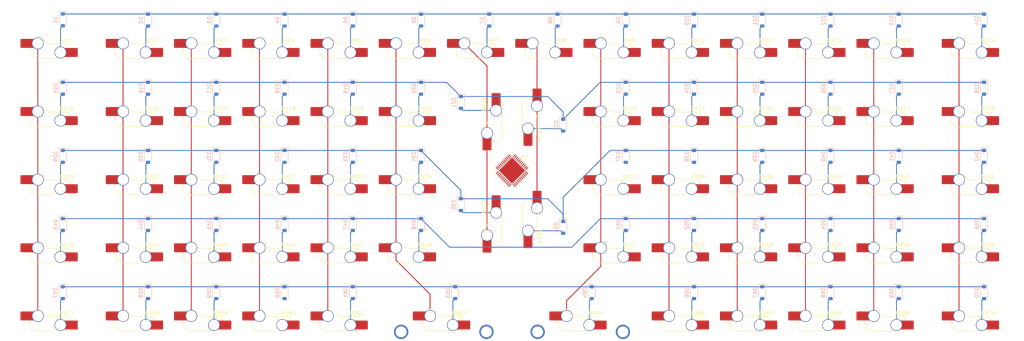
<source format=kicad_pcb>
(kicad_pcb (version 20221018) (generator pcbnew)
  (layers (0 "F.Cu" signal) (31 "B.Cu" signal) (34 "B.Paste" user) (35 "F.Paste" user) (36 "B.SilkS" user "B.Silkscreen") (37 "F.SilkS" user "F.Silkscreen") (38 "B.Mask" user) (39 "F.Mask" user) (44 "Edge.Cuts" user))
  (net 0 "")
  (net 1 "Net-(D1-K)")
  (net 2 "Net-(D1-A)")
  (net 3 "Net-(D15-K)")
  (net 4 "Net-(D15-A)")
  (net 5 "Net-(D29-K)")
  (net 6 "Net-(D29-A)")
  (net 7 "Net-(D43-K)")
  (net 8 "Net-(D43-A)")
  (net 9 "Net-(D57-K)")
  (net 10 "Net-(D57-A)")
  (net 11 "Net-(MX1-Pad1)")
  (net 12 "Net-(MX16-Pad1)")
  (net 13 "Net-(MX17-Pad1)")
  (net 14 "Net-(MX18-Pad1)")
  (net 15 "Net-(MX19-Pad1)")
  (net 16 "Net-(MX20-Pad1)")
  (net 17 "Net-(MX21-Pad1)")
  (net 18 "Net-(MX22-Pad1)")
  (net 19 "Net-(MX23-Pad1)")
  (net 20 "Net-(MX10-Pad1)")
  (net 21 "Net-(MX11-Pad1)")
  (net 22 "Net-(MX12-Pad1)")
  (net 23 "Net-(MX13-Pad1)")
  (net 24 "Net-(MX14-Pad1)")
  (net 25 "Net-(D2-K)")
  (net 26 "Net-(D3-K)")
  (net 27 "Net-(D4-K)")
  (net 28 "Net-(D5-K)")
  (net 29 "Net-(D6-K)")
  (net 30 "Net-(D7-K)")
  (net 31 "Net-(D8-K)")
  (net 32 "Net-(D9-K)")
  (net 33 "Net-(D10-K)")
  (net 34 "Net-(D11-K)")
  (net 35 "Net-(D12-K)")
  (net 36 "Net-(D13-K)")
  (net 37 "Net-(D14-K)")
  (net 38 "Net-(D16-K)")
  (net 39 "Net-(D17-K)")
  (net 40 "Net-(D18-K)")
  (net 41 "Net-(D19-K)")
  (net 42 "Net-(D20-K)")
  (net 43 "Net-(D21-K)")
  (net 44 "Net-(D22-K)")
  (net 45 "Net-(D23-K)")
  (net 46 "Net-(D24-K)")
  (net 47 "Net-(D25-K)")
  (net 48 "Net-(D26-K)")
  (net 49 "Net-(D27-K)")
  (net 50 "Net-(D28-K)")
  (net 51 "Net-(D30-K)")
  (net 52 "Net-(D31-K)")
  (net 53 "Net-(D32-K)")
  (net 54 "Net-(D33-K)")
  (net 55 "Net-(D34-K)")
  (net 56 "Net-(D35-K)")
  (net 57 "Net-(D36-K)")
  (net 58 "Net-(D37-K)")
  (net 59 "Net-(D38-K)")
  (net 60 "Net-(D39-K)")
  (net 61 "Net-(D40-K)")
  (net 62 "Net-(D41-K)")
  (net 63 "Net-(D42-K)")
  (net 64 "Net-(D44-K)")
  (net 65 "Net-(D45-K)")
  (net 66 "Net-(D46-K)")
  (net 67 "Net-(D47-K)")
  (net 68 "Net-(D48-K)")
  (net 69 "Net-(D51-K)")
  (net 70 "Net-(D52-K)")
  (net 71 "Net-(D53-K)")
  (net 72 "Net-(D54-K)")
  (net 73 "Net-(D55-K)")
  (net 74 "Net-(D56-K)")
  (net 75 "Net-(D58-K)")
  (net 76 "Net-(D59-K)")
  (net 77 "Net-(D60-K)")
  (net 78 "Net-(D61-K)")
  (net 79 "Net-(D63-K)")
  (net 80 "Net-(D64-K)")
  (net 81 "Net-(D66-K)")
  (net 82 "Net-(D67-K)")
  (net 83 "Net-(D68-K)")
  (net 84 "Net-(D69-K)")
  (net 85 "Net-(D70-K)")
  (net 99 "Net-(U1-VCC-Pad14)")
  (net 100 "Net-(U1-GND-Pad15)")
  (net 108 "Net-(U1-AVCC-Pad24)")
  (footprint "marbastlib-mx:SW_MX_HS_1.5u" (layer "F.Cu") (at 19.05 81.75625 180)
    (fp_text reference "MX43")
    (fp_text value "MX_SW_HS" hide)
  )
  (footprint "marbastlib-mx:SW_MX_HS_1.5u" (layer "F.Cu") (at 138.1125 76.99375 -90)
    (fp_text reference "MX35")
    (fp_text value "MX_SW_HS" hide)
  )
  (footprint "marbastlib-mx:SW_MX_HS_1.5u" (layer "F.Cu") (at 19.05 24.60625 180)
    (fp_text reference "MX1")
    (fp_text value "MX_SW_HS" hide)
  )
  (footprint "marbastlib-mx:SW_MX_HS_1u" (layer "F.Cu") (at 100.0125 62.70625 180)
    (fp_text reference "MX33")
    (fp_text value "MX_SW_HS" hide)
  )
  (footprint "marbastlib-mx:SW_MX_HS_1u" (layer "F.Cu") (at 42.8625 100.80625 180)
    (fp_text reference "MX58")
    (fp_text value "MX_SW_HS" hide)
  )
  (footprint "marbastlib-mx:SW_MX_HS_1u" (layer "F.Cu") (at 252.4125 100.80625 180)
    (fp_text reference "MX69")
    (fp_text value "MX_SW_HS" hide)
  )
  (footprint "marbastlib-mx:SW_MX_HS_1u" (layer "F.Cu") (at 233.3625 100.80625 180)
    (fp_text reference "MX68")
    (fp_text value "MX_SW_HS" hide)
  )
  (footprint "marbastlib-mx:SW_MX_HS_1.5u" (layer "F.Cu") (at 276.225 24.60625 180)
    (fp_text reference "MX14")
    (fp_text value "MX_SW_HS" hide)
  )
  (footprint "marbastlib-mx:SW_MX_HS_1.5u" (layer "F.Cu") (at 19.05 62.70625 180)
    (fp_text reference "MX29")
    (fp_text value "MX_SW_HS" hide)
  )
  (footprint "marbastlib-mx:SW_MX_HS_1u" (layer "F.Cu") (at 176.2125 24.60625 180)
    (fp_text reference "MX9")
    (fp_text value "MX_SW_HS" hide)
  )
  (footprint "marbastlib-mx:SW_MX_HS_1u" (layer "F.Cu") (at 119.0625 81.75625 180)
    (fp_text reference "MX48")
    (fp_text value "MX_SW_HS" hide)
  )
  (footprint "marbastlib-mx:SW_MX_HS_1u" (layer "F.Cu") (at 61.9125 81.75625 180)
    (fp_text reference "MX45")
    (fp_text value "MX_SW_HS" hide)
  )
  (footprint "marbastlib-mx:SW_MX_HS_1u" (layer "F.Cu") (at 42.8625 81.75625 180)
    (fp_text reference "MX44")
    (fp_text value "MX_SW_HS" hide)
  )
  (footprint "marbastlib-mx:SW_MX_HS_1u" (layer "F.Cu") (at 214.3125 100.80625 180)
    (fp_text reference "MX67")
    (fp_text value "MX_SW_HS" hide)
  )
  (footprint "marbastlib-mx:SW_MX_HS_1.5u" (layer "F.Cu") (at 157.1625 76.99375 90)
    (fp_text reference "MX36")
    (fp_text value "MX_SW_HS" hide)
  )
  (footprint "marbastlib-mx:SW_MX_HS_1u" (layer "F.Cu") (at 233.3625 62.70625 180)
    (fp_text reference "MX40")
    (fp_text value "MX_SW_HS" hide)
  )
  (footprint "marbastlib-mx:SW_MX_HS_1u" (layer "F.Cu") (at 252.4125 24.60625 180)
    (fp_text reference "MX13")
    (fp_text value "MX_SW_HS" hide)
  )
  (footprint "marbastlib-mx:SW_MX_HS_1u" (layer "F.Cu") (at 252.4125 43.65625 180)
    (fp_text reference "MX27")
    (fp_text value "MX_SW_HS" hide)
  )
  (footprint "marbastlib-mx:SW_MX_HS_1u" (layer "F.Cu") (at 42.8625 43.65625 180)
    (fp_text reference "MX16")
    (fp_text value "MX_SW_HS" hide)
  )
  (footprint "marbastlib-mx:SW_MX_HS_1u" (layer "F.Cu") (at 42.8625 62.70625 180)
    (fp_text reference "MX30")
    (fp_text value "MX_SW_HS" hide)
  )
  (footprint "marbastlib-mx:SW_MX_HS_1u" (layer "F.Cu") (at 100.0125 81.75625 180)
    (fp_text reference "MX47")
    (fp_text value "MX_SW_HS" hide)
  )
  (footprint "marbastlib-mx:SW_MX_HS_1u" (layer "F.Cu") (at 80.9625 62.70625 180)
    (fp_text reference "MX32")
    (fp_text value "MX_SW_HS" hide)
  )
  (footprint "marbastlib-mx:SW_MX_HS_1.5u" (layer "F.Cu") (at 19.05 43.65625 180)
    (fp_text reference "MX15")
    (fp_text value "MX_SW_HS" hide)
  )
  (footprint "marbastlib-mx:SW_MX_HS_1u" (layer "F.Cu") (at 233.3625 81.75625 180)
    (fp_text reference "MX54")
    (fp_text value "MX_SW_HS" hide)
  )
  (footprint "Package_DFN_QFN:QFN-44-1EP_7x7mm_P0.5mm_EP5.2x5.2mm" (layer "F.Cu") (at 147.6375 62.70625 -45)
    (fp_text reference "U1")
    (fp_text value "ATmega32U4-M")
  )
  (footprint "marbastlib-mx:SW_MX_HS_1u" (layer "F.Cu") (at 214.3125 62.70625 180)
    (fp_text reference "MX39")
    (fp_text value "MX_SW_HS" hide)
  )
  (footprint "marbastlib-mx:SW_MX_HS_1u" (layer "F.Cu") (at 214.3125 24.60625 180)
    (fp_text reference "MX11")
    (fp_text value "MX_SW_HS" hide)
  )
  (footprint "marbastlib-mx:SW_MX_HS_1u" (layer "F.Cu") (at 128.5875 100.80625 180)
    (fp_text reference "MX63")
    (fp_text value "MX_SW_HS" hide)
  )
  (footprint "marbastlib-mx:SW_MX_HS_1u" (layer "F.Cu") (at 195.2625 81.75625 180)
    (fp_text reference "MX52")
    (fp_text value "MX_SW_HS" hide)
  )
  (footprint "marbastlib-mx:SW_MX_HS_1u" (layer "F.Cu") (at 61.9125 24.60625 180)
    (fp_text reference "MX3")
    (fp_text value "MX_SW_HS" hide)
  )
  (footprint "marbastlib-mx:SW_MX_HS_1.5u" (layer "F.Cu") (at 276.225 62.70625 180)
    (fp_text reference "MX42")
    (fp_text value "MX_SW_HS" hide)
  )
  (footprint "marbastlib-mx:SW_MX_HS_1.5u" (layer "F.Cu") (at 19.05 100.80625 180)
    (fp_text reference "MX57")
    (fp_text value "MX_SW_HS" hide)
  )
  (footprint "marbastlib-mx:SW_MX_HS_1u" (layer "F.Cu") (at 138.1125 24.60625 180)
    (fp_text reference "MX7")
    (fp_text value "MX_SW_HS" hide)
  )
  (footprint "marbastlib-mx:SW_MX_HS_1u" (layer "F.Cu") (at 61.9125 43.65625 180)
    (fp_text reference "MX17")
    (fp_text value "MX_SW_HS" hide)
  )
  (footprint "marbastlib-mx:SW_MX_HS_1u" (layer "F.Cu") (at 100.0125 100.80625 180)
    (fp_text reference "MX61")
    (fp_text value "MX_SW_HS" hide)
  )
  (footprint "marbastlib-mx:SW_MX_HS_1u" (layer "F.Cu") (at 233.3625 24.60625 180)
    (fp_text reference "MX12")
    (fp_text value "MX_SW_HS" hide)
  )
  (footprint "marbastlib-mx:SW_MX_HS_1u" (layer "F.Cu") (at 195.2625 100.80625 180)
    (fp_text reference "MX66")
    (fp_text value "MX_SW_HS" hide)
  )
  (footprint "marbastlib-mx:STAB_MX_P_2u" (layer "F.Cu") (at 128.5875 100.80625 180)
    (fp_text reference "S1" hide)
    (fp_text value "MX_stab")
  )
  (footprint "marbastlib-mx:STAB_MX_P_2u" (layer "F.Cu") (at 166.6875 100.80625 180)
    (fp_text reference "S2" hide)
    (fp_text value "MX_stab")
  )
  (footprint "marbastlib-mx:SW_MX_HS_1u" (layer "F.Cu") (at 119.0625 24.60625 180)
    (fp_text reference "MX6")
    (fp_text value "MX_SW_HS" hide)
  )
  (footprint "marbastlib-mx:SW_MX_HS_1u" (layer "F.Cu") (at 42.8625 24.60625 180)
    (fp_text reference "MX2")
    (fp_text value "MX_SW_HS" hide)
  )
  (footprint "marbastlib-mx:SW_MX_HS_1u" (layer "F.Cu") (at 100.0125 43.65625 180)
    (fp_text reference "MX19")
    (fp_text value "MX_SW_HS" hide)
  )
  (footprint "marbastlib-mx:SW_MX_HS_1u" (layer "F.Cu") (at 80.9625 100.80625 180)
    (fp_text reference "MX60")
    (fp_text value "MX_SW_HS" hide)
  )
  (footprint "marbastlib-mx:SW_MX_HS_1u" (layer "F.Cu") (at 61.9125 100.80625 180)
    (fp_text reference "MX59")
    (fp_text value "MX_SW_HS" hide)
  )
  (footprint "marbastlib-mx:SW_MX_HS_1u" (layer "F.Cu") (at 100.0125 24.60625 180)
    (fp_text reference "MX5")
    (fp_text value "MX_SW_HS" hide)
  )
  (footprint "marbastlib-mx:SW_MX_HS_1u" (layer "F.Cu") (at 214.3125 81.75625 180)
    (fp_text reference "MX53")
    (fp_text value "MX_SW_HS" hide)
  )
  (footprint "marbastlib-mx:SW_MX_HS_1u" (layer "F.Cu") (at 80.9625 43.65625 180)
    (fp_text reference "MX18")
    (fp_text value "MX_SW_HS" hide)
  )
  (footprint "marbastlib-mx:SW_MX_HS_1u" (layer "F.Cu") (at 176.2125 81.75625 180)
    (fp_text reference "MX51")
    (fp_text value "MX_SW_HS" hide)
  )
  (footprint "marbastlib-mx:SW_MX_HS_1u" (layer "F.Cu") (at 157.1625 24.60625 180)
    (fp_text reference "MX8")
    (fp_text value "MX_SW_HS" hide)
  )
  (footprint "marbastlib-mx:SW_MX_HS_1.5u" (layer "F.Cu") (at 276.225 43.65625 180)
    (fp_text reference "MX28")
    (fp_text value "MX_SW_HS" hide)
  )
  (footprint "marbastlib-mx:SW_MX_HS_1.5u" (layer "F.Cu") (at 276.225 100.80625 180)
    (fp_text reference "MX70")
    (fp_text value "MX_SW_HS" hide)
  )
  (footprint "marbastlib-mx:SW_MX_HS_1.5u" (layer "F.Cu") (at 157.1625 48.41875 90)
    (fp_text reference "MX22")
    (fp_text value "MX_SW_HS" hide)
  )
  (footprint "marbastlib-mx:SW_MX_HS_1.5u" (layer "F.Cu") (at 276.225 81.75625 180)
    (fp_text reference "MX56")
    (fp_text value "MX_SW_HS" hide)
  )
  (footprint "marbastlib-mx:SW_MX_HS_1u" (layer "F.Cu") (at 252.4125 62.70625 180)
    (fp_text reference "MX41")
    (fp_text value "MX_SW_HS" hide)
  )
  (footprint "marbastlib-mx:SW_MX_HS_1u" (layer "F.Cu") (at 61.9125 62.70625 180)
    (fp_text reference "MX31")
    (fp_text value "MX_SW_HS" hide)
  )
  (footprint "marbastlib-mx:SW_MX_HS_1u" (layer "F.Cu") (at 166.6875 100.80625 180)
    (fp_text reference "MX64")
    (fp_text value "MX_SW_HS" hide)
  )
  (footprint "marbastlib-mx:SW_MX_HS_1u" (layer "F.Cu") (at 176.2125 62.70625 180)
    (fp_text reference "MX37")
    (fp_text value "MX_SW_HS" hide)
  )
  (footprint "marbastlib-mx:SW_MX_HS_1u" (layer "F.Cu") (at 80.9625 81.75625 180)
    (fp_text reference "MX46")
    (fp_text value "MX_SW_HS" hide)
  )
  (footprint "marbastlib-mx:SW_MX_HS_1u" (layer "F.Cu") (at 252.4125 81.75625 180)
    (fp_text reference "MX55")
    (fp_text value "MX_SW_HS" hide)
  )
  (footprint "marbastlib-mx:SW_MX_HS_1u" (layer "F.Cu") (at 119.0625 43.65625 180)
    (fp_text reference "MX20")
    (fp_text value "MX_SW_HS" hide)
  )
  (footprint "marbastlib-mx:SW_MX_HS_1u" (layer "F.Cu") (at 195.2625 43.65625 180)
    (fp_text reference "MX24")
    (fp_text value "MX_SW_HS" hide)
  )
  (footprint "marbastlib-mx:SW_MX_HS_1u" (layer "F.Cu") (at 80.9625 24.60625 180)
    (fp_text reference "MX4")
    (fp_text value "MX_SW_HS" hide)
  )
  (footprint "marbastlib-mx:SW_MX_HS_1u" (layer "F.Cu") (at 214.3125 43.65625 180)
    (fp_text reference "MX25")
    (fp_text value "MX_SW_HS" hide)
  )
  (footprint "marbastlib-mx:SW_MX_HS_1u" (layer "F.Cu") (at 195.2625 24.60625 180)
    (fp_text reference "MX10")
    (fp_text value "MX_SW_HS" hide)
  )
  (footprint "marbastlib-mx:SW_MX_HS_1.5u" (layer "F.Cu") (at 138.1125 48.41875 -90)
    (fp_text reference "MX21")
    (fp_text value "MX_SW_HS" hide)
  )
  (footprint "marbastlib-mx:SW_MX_HS_1u" (layer "F.Cu") (at 233.3625 43.65625 180)
    (fp_text reference "MX26")
    (fp_text value "MX_SW_HS" hide)
  )
  (footprint "marbastlib-mx:SW_MX_HS_1u" (layer "F.Cu") (at 119.0625 62.70625 180)
    (fp_text reference "MX34")
    (fp_text value "MX_SW_HS" hide)
  )
  (footprint "marbastlib-mx:SW_MX_HS_1u" (layer "F.Cu") (at 176.2125 43.65625 180)
    (fp_text reference "MX23")
    (fp_text value "MX_SW_HS" hide)
  )
  (footprint "marbastlib-mx:SW_MX_HS_1u" (layer "F.Cu") (at 195.2625 62.70625 180)
    (fp_text reference "MX38")
    (fp_text value "MX_SW_HS" hide)
  )
  (footprint "Diode_SMD:D_SOD-123" (layer "B.Cu") (at 236.5375 58.7375 -90)
    (fp_text reference "D40")
    (fp_text value "D_Small")
  )
  (footprint "Diode_SMD:D_SOD-123" (layer "B.Cu") (at 161.925 78.58125 -90)
    (fp_text reference "D36")
    (fp_text value "D_Small")
  )
  (footprint "Diode_SMD:D_SOD-123" (layer "B.Cu") (at 46.0375 39.6875 -90)
    (fp_text reference "D16")
    (fp_text value "D_Small")
  )
  (footprint "Diode_SMD:D_SOD-123" (layer "B.Cu") (at 198.4375 96.8375 -90)
    (fp_text reference "D66")
    (fp_text value "D_Small")
  )
  (footprint "Diode_SMD:D_SOD-123" (layer "B.Cu") (at 22.225 96.8375 -90)
    (fp_text reference "D57")
    (fp_text value "D_Small")
  )
  (footprint "Diode_SMD:D_SOD-123" (layer "B.Cu") (at 22.225 58.7375 -90)
    (fp_text reference "D29")
    (fp_text value "D_Small")
  )
  (footprint "Diode_SMD:D_SOD-123" (layer "B.Cu") (at 22.225 39.6875 -90)
    (fp_text reference "D15")
    (fp_text value "D_Small")
  )
  (footprint "Diode_SMD:D_SOD-123" (layer "B.Cu") (at 46.0375 96.8375 -90)
    (fp_text reference "D58")
    (fp_text value "D_Small")
  )
  (footprint "Diode_SMD:D_SOD-123" (layer "B.Cu") (at 65.0875 96.8375 -90)
    (fp_text reference "D59")
    (fp_text value "D_Small")
  )
  (footprint "Diode_SMD:D_SOD-123" (layer "B.Cu") (at 133.35 72.23125 -90)
    (fp_text reference "D35")
    (fp_text value "D_Small")
  )
  (footprint "Diode_SMD:D_SOD-123" (layer "B.Cu") (at 122.2375 39.6875 -90)
    (fp_text reference "D20")
    (fp_text value "D_Small")
  )
  (footprint "Diode_SMD:D_SOD-123" (layer "B.Cu") (at 198.4375 20.6375 -90)
    (fp_text reference "D10")
    (fp_text value "D_Small")
  )
  (footprint "Diode_SMD:D_SOD-123" (layer "B.Cu") (at 103.1875 58.7375 -90)
    (fp_text reference "D33")
    (fp_text value "D_Small")
  )
  (footprint "Diode_SMD:D_SOD-123" (layer "B.Cu") (at 46.0375 20.6375 -90)
    (fp_text reference "D2")
    (fp_text value "D_Small")
  )
  (footprint "Diode_SMD:D_SOD-123" (layer "B.Cu") (at 236.5375 96.8375 -90)
    (fp_text reference "D68")
    (fp_text value "D_Small")
  )
  (footprint "Diode_SMD:D_SOD-123" (layer "B.Cu") (at 279.4 77.7875 -90)
    (fp_text reference "D56")
    (fp_text value "D_Small")
  )
  (footprint "Diode_SMD:D_SOD-123" (layer "B.Cu") (at 279.4 20.6375 -90)
    (fp_text reference "D14")
    (fp_text value "D_Small")
  )
  (footprint "Diode_SMD:D_SOD-123" (layer "B.Cu") (at 122.2375 58.7375 -90)
    (fp_text reference "D34")
    (fp_text value "D_Small")
  )
  (footprint "Diode_SMD:D_SOD-123" (layer "B.Cu") (at 198.4375 39.6875 -90)
    (fp_text reference "D24")
    (fp_text value "D_Small")
  )
  (footprint "Diode_SMD:D_SOD-123" (layer "B.Cu") (at 103.1875 77.7875 -90)
    (fp_text reference "D47")
    (fp_text value "D_Small")
  )
  (footprint "Diode_SMD:D_SOD-123" (layer "B.Cu") (at 279.4 96.8375 -90)
    (fp_text reference "D70")
    (fp_text value "D_Small")
  )
  (footprint "Diode_SMD:D_SOD-123" (layer "B.Cu") (at 255.5875 39.6875 -90)
    (fp_text reference "D27")
    (fp_text value "D_Small")
  )
  (footprint "Diode_SMD:D_SOD-123" (layer "B.Cu") (at 236.5375 39.6875 -90)
    (fp_text reference "D26")
    (fp_text value "D_Small")
  )
  (footprint "Diode_SMD:D_SOD-123" (layer "B.Cu") (at 65.0875 58.7375 -90)
    (fp_text reference "D31")
    (fp_text value "D_Small")
  )
  (footprint "Diode_SMD:D_SOD-123" (layer "B.Cu") (at 255.5875 96.8375 -90)
    (fp_text reference "D69")
    (fp_text value "D_Small")
  )
  (footprint "Diode_SMD:D_SOD-123" (layer "B.Cu") (at 22.225 20.575 -90)
    (fp_text reference "D1")
    (fp_text value "D_Small")
  )
  (footprint "Diode_SMD:D_SOD-123" (layer "B.Cu") (at 141.2875 20.6375 -90)
    (fp_text reference "D7")
    (fp_text value "D_Small")
  )
  (footprint "Diode_SMD:D_SOD-123" (layer "B.Cu") (at 169.874999 96.8375 -90)
    (fp_text reference "D64")
    (fp_text value "D_Small")
  )
  (footprint "Diode_SMD:D_SOD-123" (layer "B.Cu") (at 179.3875 58.7375 -90)
    (fp_text reference "D37")
    (fp_text value "D_Small")
  )
  (footprint "Diode_SMD:D_SOD-123" (layer "B.Cu") (at 179.3875 20.6375 -90)
    (fp_text reference "D9")
    (fp_text value "D_Small")
  )
  (footprint "Diode_SMD:D_SOD-123" (layer "B.Cu") (at 122.2375 20.6375 -90)
    (fp_text reference "D6")
    (fp_text value "D_Small")
  )
  (footprint "Diode_SMD:D_SOD-123" (layer "B.Cu") (at 46.0375 58.7375 -90)
    (fp_text reference "D30")
    (fp_text value "D_Small")
  )
  (footprint "Diode_SMD:D_SOD-123" (layer "B.Cu") (at 255.5875 58.7375 -90)
    (fp_text reference "D41")
    (fp_text value "D_Small")
  )
  (footprint "Diode_SMD:D_SOD-123" (layer "B.Cu") (at 236.5375 20.6375 -90)
    (fp_text reference "D12")
    (fp_text value "D_Small")
  )
  (footprint "Diode_SMD:D_SOD-123" (layer "B.Cu") (at 103.1875 39.6875 -90)
    (fp_text reference "D19")
    (fp_text value "D_Small")
  )
  (footprint "Diode_SMD:D_SOD-123" (layer "B.Cu") (at 84.1375 58.7375 -90)
    (fp_text reference "D32")
    (fp_text value "D_Small")
  )
  (footprint "Diode_SMD:D_SOD-123" (layer "B.Cu") (at 84.1375 20.6375 -90)
    (fp_text reference "D4")
    (fp_text value "D_Small")
  )
  (footprint "Diode_SMD:D_SOD-123" (layer "B.Cu") (at 217.4875 96.8375 -90)
    (fp_text reference "D67")
    (fp_text value "D_Small")
  )
  (footprint "Diode_SMD:D_SOD-123" (layer "B.Cu") (at 217.4875 77.7875 -90)
    (fp_text reference "D53")
    (fp_text value "D_Small")
  )
  (footprint "Diode_SMD:D_SOD-123" (layer "B.Cu") (at 65.0875 20.6375 -90)
    (fp_text reference "D3")
    (fp_text value "D_Small")
  )
  (footprint "Diode_SMD:D_SOD-123" (layer "B.Cu") (at 133.35 43.65625 -90)
    (fp_text reference "D21")
    (fp_text value "D_Small")
  )
  (footprint "Diode_SMD:D_SOD-123" (layer "B.Cu") (at 279.4 39.6875 -90)
    (fp_text reference "D28")
    (fp_text value "D_Small")
  )
  (footprint "Diode_SMD:D_SOD-123" (layer "B.Cu") (at 160.3375 20.6375 -90)
    (fp_text reference "D8")
    (fp_text value "D_Small")
  )
  (footprint "Diode_SMD:D_SOD-123" (layer "B.Cu") (at 65.0875 77.7875 -90)
    (fp_text reference "D45")
    (fp_text value "D_Small")
  )
  (footprint "Diode_SMD:D_SOD-123" (layer "B.Cu") (at 65.0875 39.6875 -90)
    (fp_text reference "D17")
    (fp_text value "D_Small")
  )
  (footprint "Diode_SMD:D_SOD-123" (layer "B.Cu") (at 131.7625 96.8375 -90)
    (fp_text reference "D63")
    (fp_text value "D_Small")
  )
  (footprint "Diode_SMD:D_SOD-123" (layer "B.Cu") (at 161.925 50.00625 -90)
    (fp_text reference "D22")
    (fp_text value "D_Small")
  )
  (footprint "Diode_SMD:D_SOD-123" (layer "B.Cu") (at 198.4375 58.7375 -90)
    (fp_text reference "D38")
    (fp_text value "D_Small")
  )
  (footprint "Diode_SMD:D_SOD-123" (layer "B.Cu") (at 122.2375 77.7875 -90)
    (fp_text reference "D48")
    (fp_text value "D_Small")
  )
  (footprint "Diode_SMD:D_SOD-123" (layer "B.Cu") (at 217.4875 39.6875 -90)
    (fp_text reference "D25")
    (fp_text value "D_Small")
  )
  (footprint "Diode_SMD:D_SOD-123" (layer "B.Cu") (at 179.3875 39.6875 -90)
    (fp_text reference "D23")
    (fp_text value "D_Small")
  )
  (footprint "Diode_SMD:D_SOD-123" (layer "B.Cu") (at 103.1875 20.6375 -90)
    (fp_text reference "D5")
    (fp_text value "D_Small")
  )
  (footprint "Diode_SMD:D_SOD-123" (layer "B.Cu") (at 217.4875 58.7375 -90)
    (fp_text reference "D39")
    (fp_text value "D_Small")
  )
  (footprint "Diode_SMD:D_SOD-123" (layer "B.Cu") (at 84.1375 96.8375 -90)
    (fp_text reference "D60")
    (fp_text value "D_Small")
  )
  (footprint "Diode_SMD:D_SOD-123" (layer "B.Cu") (at 46.0375 77.7875 -90)
    (fp_text reference "D44")
    (fp_text value "D_Small")
  )
  (footprint "Diode_SMD:D_SOD-123" (layer "B.Cu") (at 255.5875 20.6375 -90)
    (fp_text reference "D13")
    (fp_text value "D_Small")
  )
  (footprint "Diode_SMD:D_SOD-123" (layer "B.Cu") (at 236.5375 77.7875 -90)
    (fp_text reference "D54")
    (fp_text value "D_Small")
  )
  (footprint "Diode_SMD:D_SOD-123" (layer "B.Cu") (at 22.225 77.7875 -90)
    (fp_text reference "D43")
    (fp_text value "D_Small")
  )
  (footprint "Diode_SMD:D_SOD-123" (layer "B.Cu") (at 179.3875 77.7875 -90)
    (fp_text reference "D51")
    (fp_text value "D_Small")
  )
  (footprint "Diode_SMD:D_SOD-123" (layer "B.Cu") (at 103.1875 96.8375 -90)
    (fp_text reference "D61")
    (fp_text value "D_Small")
  )
  (footprint "Diode_SMD:D_SOD-123" (layer "B.Cu") (at 198.4375 77.7875 -90)
    (fp_text reference "D52")
    (fp_text value "D_Small")
  )
  (footprint "Diode_SMD:D_SOD-123" (layer "B.Cu") (at 217.4875 20.6375 -90)
    (fp_text reference "D11")
    (fp_text value "D_Small")
  )
  (footprint "Diode_SMD:D_SOD-123" (layer "B.Cu") (at 84.1375 77.7875 -90)
    (fp_text reference "D46")
    (fp_text value "D_Small")
  )
  (footprint "Diode_SMD:D_SOD-123" (layer "B.Cu") (at 255.5875 77.7875 -90)
    (fp_text reference "D55")
    (fp_text value "D_Small")
  )
  (footprint "Diode_SMD:D_SOD-123" (layer "B.Cu") (at 84.1375 39.6875 -90)
    (fp_text reference "D18")
    (fp_text value "D_Small")
  )
  (footprint "Diode_SMD:D_SOD-123" (layer "B.Cu") (at 279.4 58.7375 -90)
    (fp_text reference "D42")
    (fp_text value "D_Small")
  )
  (segment (start 279.3375 18.925) (end 279.4 18.9875) (width 0.25) (layer "B.Cu") (net 1))
  (segment (start 22.225 18.925) (end 279.3375 18.925) (width 0.25) (layer "B.Cu") (net 1))
  (segment (start 197.8025 22.9225) (end 197.8025 29.68625) (width 0.25) (layer "B.Cu") (net 2))
  (segment (start 46.0375 22.2875) (end 45.4025 22.9225) (width 0.25) (layer "B.Cu") (net 2))
  (segment (start 140.6525 22.9225) (end 140.6525 29.68625) (width 0.25) (layer "B.Cu") (net 2))
  (segment (start 65.0875 22.2875) (end 64.4525 22.9225) (width 0.25) (layer "B.Cu") (net 2))
  (segment (start 84.1375 22.2875) (end 83.5025 22.9225) (width 0.25) (layer "B.Cu") (net 2))
  (segment (start 64.4525 22.9225) (end 64.4525 29.68625) (width 0.25) (layer "B.Cu") (net 2))
  (segment (start 235.9025 22.9225) (end 235.9025 29.68625) (width 0.25) (layer "B.Cu") (net 2))
  (segment (start 236.5375 22.2875) (end 235.9025 22.9225) (width 0.25) (layer "B.Cu") (net 2))
  (segment (start 198.4375 22.2875) (end 197.8025 22.9225) (width 0.25) (layer "B.Cu") (net 2))
  (segment (start 102.5525 22.9225) (end 102.5525 29.68625) (width 0.25) (layer "B.Cu") (net 2))
  (segment (start 21.59 22.86) (end 21.59 29.68625) (width 0.25) (layer "B.Cu") (net 2))
  (segment (start 178.7525 22.9225) (end 178.7525 29.68625) (width 0.25) (layer "B.Cu") (net 2))
  (segment (start 103.1875 22.2875) (end 102.5525 22.9225) (width 0.25) (layer "B.Cu") (net 2))
  (segment (start 279.4 22.2875) (end 278.765 22.9225) (width 0.25) (layer "B.Cu") (net 2))
  (segment (start 217.4875 22.2875) (end 216.8525 22.9225) (width 0.25) (layer "B.Cu") (net 2))
  (segment (start 121.6025 22.9225) (end 121.6025 29.68625) (width 0.25) (layer "B.Cu") (net 2))
  (segment (start 159.7025 22.9225) (end 159.7025 29.68625) (width 0.25) (layer "B.Cu") (net 2))
  (segment (start 179.3875 22.2875) (end 178.7525 22.9225) (width 0.25) (layer "B.Cu") (net 2))
  (segment (start 278.765 22.9225) (end 278.765 29.68625) (width 0.25) (layer "B.Cu") (net 2))
  (segment (start 160.3375 22.2875) (end 159.7025 22.9225) (width 0.25) (layer "B.Cu") (net 2))
  (segment (start 216.8525 22.9225) (end 216.8525 29.68625) (width 0.25) (layer "B.Cu") (net 2))
  (segment (start 255.5875 22.2875) (end 254.9525 22.9225) (width 0.25) (layer "B.Cu") (net 2))
  (segment (start 141.2875 22.2875) (end 140.6525 22.9225) (width 0.25) (layer "B.Cu") (net 2))
  (segment (start 122.2375 22.2875) (end 121.6025 22.9225) (width 0.25) (layer "B.Cu") (net 2))
  (segment (start 22.225 22.225) (end 21.59 22.86) (width 0.25) (layer "B.Cu") (net 2))
  (segment (start 45.4025 22.9225) (end 45.4025 29.68625) (width 0.25) (layer "B.Cu") (net 2))
  (segment (start 254.9525 22.9225) (end 254.9525 29.68625) (width 0.25) (layer "B.Cu") (net 2))
  (segment (start 83.5025 22.9225) (end 83.5025 29.68625) (width 0.25) (layer "B.Cu") (net 2))
  (segment (start 161.925 48.35625) (end 172.24375 38.0375) (width 0.25) (layer "B.Cu") (net 3))
  (segment (start 129.38125 38.0375) (end 133.35 42.00625) (width 0.25) (layer "B.Cu") (net 3))
  (segment (start 22.225 38.0375) (end 129.38125 38.0375) (width 0.25) (layer "B.Cu") (net 3))
  (segment (start 133.35 42.00625) (end 157.597767 42.00625) (width 0.25) (layer "B.Cu") (net 3))
  (segment (start 172.24375 38.0375) (end 279.4 38.0375) (width 0.25) (layer "B.Cu") (net 3))
  (segment (start 161.925 46.333483) (end 161.925 48.35625) (width 0.25) (layer "B.Cu") (net 3))
  (segment (start 157.597767 42.00625) (end 161.925 46.333483) (width 0.25) (layer "B.Cu") (net 3))
  (segment (start 255.5875 41.3375) (end 254.9525 41.9725) (width 0.25) (layer "B.Cu") (net 4))
  (segment (start 178.7525 41.9725) (end 178.7525 48.73625) (width 0.25) (layer "B.Cu") (net 4))
  (segment (start 161.2275 50.95875) (end 152.0825 50.95875) (width 0.25) (layer "B.Cu") (net 4))
  (segment (start 235.9025 41.9725) (end 235.9025 48.73625) (width 0.25) (layer "B.Cu") (net 4))
  (segment (start 133.9225 45.87875) (end 143.1925 45.87875) (width 0.25) (layer "B.Cu") (net 4))
  (segment (start 21.59 41.9725) (end 21.59 48.73625) (width 0.25) (layer "B.Cu") (net 4))
  (segment (start 84.1375 41.3375) (end 83.5025 41.9725) (width 0.25) (layer "B.Cu") (net 4))
  (segment (start 197.8025 41.9725) (end 197.8025 48.73625) (width 0.25) (layer "B.Cu") (net 4))
  (segment (start 133.35 45.30625) (end 133.9225 45.87875) (width 0.25) (layer "B.Cu") (net 4))
  (segment (start 102.5525 41.9725) (end 102.5525 48.73625) (width 0.25) (layer "B.Cu") (net 4))
  (segment (start 217.4875 41.3375) (end 216.8525 41.9725) (width 0.25) (layer "B.Cu") (net 4))
  (segment (start 64.4525 41.9725) (end 64.4525 48.73625) (width 0.25) (layer "B.Cu") (net 4))
  (segment (start 22.225 41.3375) (end 21.59 41.9725) (width 0.25) (layer "B.Cu") (net 4))
  (segment (start 179.3875 41.3375) (end 178.7525 41.9725) (width 0.25) (layer "B.Cu") (net 4))
  (segment (start 278.765 41.9725) (end 278.765 48.73625) (width 0.25) (layer "B.Cu") (net 4))
  (segment (start 279.4 41.3375) (end 278.765 41.9725) (width 0.25) (layer "B.Cu") (net 4))
  (segment (start 198.4375 41.3375) (end 197.8025 41.9725) (width 0.25) (layer "B.Cu") (net 4))
  (segment (start 103.1875 41.3375) (end 102.5525 41.9725) (width 0.25) (layer "B.Cu") (net 4))
  (segment (start 46.0375 41.3375) (end 45.4025 41.9725) (width 0.25) (layer "B.Cu") (net 4))
  (segment (start 254.9525 41.9725) (end 254.9525 48.73625) (width 0.25) (layer "B.Cu") (net 4))
  (segment (start 216.8525 41.9725) (end 216.8525 48.73625) (width 0.25) (layer "B.Cu") (net 4))
  (segment (start 122.2375 41.3375) (end 121.6025 41.9725) (width 0.25) (layer "B.Cu") (net 4))
  (segment (start 83.5025 41.9725) (end 83.5025 48.73625) (width 0.25) (layer "B.Cu") (net 4))
  (segment (start 161.925 51.65625) (end 161.2275 50.95875) (width 0.25) (layer "B.Cu") (net 4))
  (segment (start 45.4025 41.9725) (end 45.4025 48.73625) (width 0.25) (layer "B.Cu") (net 4))
  (segment (start 236.5375 41.3375) (end 235.9025 41.9725) (width 0.25) (layer "B.Cu") (net 4))
  (segment (start 65.0875 41.3375) (end 64.4525 41.9725) (width 0.25) (layer "B.Cu") (net 4))
  (segment (start 121.6025 41.9725) (end 121.6025 48.73625) (width 0.25) (layer "B.Cu") (net 4))
  (segment (start 157.597767 70.58125) (end 161.925 74.908483) (width 0.25) (layer "B.Cu") (net 5))
  (segment (start 22.225 57.0875) (end 122.175 57.0875) (width 0.25) (layer "B.Cu") (net 5))
  (segment (start 161.925 76.93125) (end 161.925 70.145983) (width 0.25) (layer "B.Cu") (net 5))
  (segment (start 133.35 70.58125) (end 157.597767 70.58125) (width 0.25) (layer "B.Cu") (net 5))
  (segment (start 161.925 74.908483) (end 161.925 76.93125) (width 0.25) (layer "B.Cu") (net 5))
  (segment (start 122.175 57.0875) (end 133.35 68.2625) (width 0.25) (layer "B.Cu") (net 5))
  (segment (start 133.35 68.2625) (end 133.35 70.58125) (width 0.25) (layer "B.Cu") (net 5))
  (segment (start 161.925 70.145983) (end 174.983483 57.0875) (width 0.25) (layer "B.Cu") (net 5))
  (segment (start 174.983483 57.0875) (end 279.4 57.0875) (width 0.25) (layer "B.Cu") (net 5))
  (segment (start 279.4 60.3875) (end 278.765 61.0225) (width 0.25) (layer "B.Cu") (net 6))
  (segment (start 84.1375 60.3875) (end 83.5025 61.0225) (width 0.25) (layer "B.Cu") (net 6))
  (segment (start 278.765 61.0225) (end 278.765 67.78625) (width 0.25) (layer "B.Cu") (net 6))
  (segment (start 64.4525 61.0225) (end 64.4525 67.78625) (width 0.25) (layer "B.Cu") (net 6))
  (segment (start 65.0875 60.3875) (end 64.4525 61.0225) (width 0.25) (layer "B.Cu") (net 6))
  (segment (start 22.225 60.3875) (end 21.59 61.0225) (width 0.25) (layer "B.Cu") (net 6))
  (segment (start 255.5875 60.3875) (end 254.9525 61.0225) (width 0.25) (layer "B.Cu") (net 6))
  (segment (start 45.4025 61.0225) (end 45.4025 67.78625) (width 0.25) (layer "B.Cu") (net 6))
  (segment (start 83.5025 61.0225) (end 83.5025 67.78625) (width 0.25) (layer "B.Cu") (net 6))
  (segment (start 121.6025 61.0225) (end 121.6025 67.78625) (width 0.25) (layer "B.Cu") (net 6))
  (segment (start 217.4875 60.3875) (end 216.8525 61.0225) (width 0.25) (layer "B.Cu") (net 6))
  (segment (start 236.5375 60.3875) (end 235.9025 61.0225) (width 0.25) (layer "B.Cu") (net 6))
  (segment (start 103.1875 60.3875) (end 102.5525 61.0225) (width 0.25) (layer "B.Cu") (net 6))
  (segment (start 122.2375 60.3875) (end 121.6025 61.0225) (width 0.25) (layer "B.Cu") (net 6))
  (segment (start 254.9525 61.0225) (end 254.9525 67.78625) (width 0.25) (layer "B.Cu") (net 6))
  (segment (start 216.8525 61.0225) (end 216.8525 67.78625) (width 0.25) (layer "B.Cu") (net 6))
  (segment (start 21.59 61.0225) (end 21.59 67.78625) (width 0.25) (layer "B.Cu") (net 6))
  (segment (start 102.5525 61.0225) (end 102.5525 67.78625) (width 0.25) (layer "B.Cu") (net 6))
  (segment (start 133.9225 74.45375) (end 143.1925 74.45375) (width 0.25) (layer "B.Cu") (net 6))
  (segment (start 235.9025 61.0225) (end 235.9025 67.78625) (width 0.25) (layer "B.Cu") (net 6))
  (segment (start 161.2275 79.53375) (end 152.0825 79.53375) (width 0.25) (layer "B.Cu") (net 6))
  (segment (start 133.35 73.88125) (end 133.9225 74.45375) (width 0.25) (layer "B.Cu") (net 6))
  (segment (start 46.0375 60.3875) (end 45.4025 61.0225) (width 0.25) (layer "B.Cu") (net 6))
  (segment (start 161.925 80.23125) (end 161.2275 79.53375) (width 0.25) (layer "B.Cu") (net 6))
  (segment (start 122.175 76.1375) (end 130.175 84.1375) (width 0.25) (layer "B.Cu") (net 7))
  (segment (start 172.30625 76.1375) (end 279.4 76.1375) (width 0.25) (layer "B.Cu") (net 7))
  (segment (start 22.225 76.1375) (end 122.175 76.1375) (width 0.25) (layer "B.Cu") (net 7))
  (segment (start 164.30625 84.1375) (end 172.30625 76.1375) (width 0.25) (layer "B.Cu") (net 7))
  (segment (start 130.175 84.1375) (end 164.30625 84.1375) (width 0.25) (layer "B.Cu") (net 7))
  (segment (start 279.4 79.4375) (end 278.765 80.0725) (width 0.25) (layer "B.Cu") (net 8))
  (segment (start 235.9025 80.0725) (end 235.9025 86.83625) (width 0.25) (layer "B.Cu") (net 8))
  (segment (start 197.8025 80.0725) (end 197.8025 86.83625) (width 0.25) (layer "B.Cu") (net 8))
  (segment (start 217.4875 79.4375) (end 216.8525 80.0725) (width 0.25) (layer "B.Cu") (net 8))
  (segment (start 45.4025 80.0725) (end 45.4025 86.83625) (width 0.25) (layer "B.Cu") (net 8))
  (segment (start 254.9525 80.0725) (end 254.9525 86.83625) (width 0.25) (layer "B.Cu") (net 8))
  (segment (start 216.8525 80.0725) (end 216.8525 86.83625) (width 0.25) (layer "B.Cu") (net 8))
  (segment (start 46.0375 79.4375) (end 45.4025 80.0725) (width 0.25) (layer "B.Cu") (net 8))
  (segment (start 65.0875 79.4375) (end 64.4525 80.0725) (width 0.25) (layer "B.Cu") (net 8))
  (segment (start 236.5375 79.4375) (end 235.9025 80.0725) (width 0.25) (layer "B.Cu") (net 8))
  (segment (start 84.1375 79.4375) (end 83.5025 80.0725) (width 0.25) (layer "B.Cu") (net 8))
  (segment (start 255.5875 79.4375) (end 254.9525 80.0725) (width 0.25) (layer "B.Cu") (net 8))
  (segment (start 103.1875 79.4375) (end 102.5525 80.0725) (width 0.25) (layer "B.Cu") (net 8))
  (segment (start 198.4375 79.4375) (end 197.8025 80.0725) (width 0.25) (layer "B.Cu") (net 8))
  (segment (start 21.59 80.0725) (end 21.59 86.83625) (width 0.25) (layer "B.Cu") (net 8))
  (segment (start 178.7525 80.0725) (end 178.7525 86.83625) (width 0.25) (layer "B.Cu") (net 8))
  (segment (start 122.2375 79.4375) (end 121.6025 80.0725) (width 0.25) (layer "B.Cu") (net 8))
  (segment (start 64.4525 80.0725) (end 64.4525 86.83625) (width 0.25) (layer "B.Cu") (net 8))
  (segment (start 83.5025 80.0725) (end 83.5025 86.83625) (width 0.25) (layer "B.Cu") (net 8))
  (segment (start 278.765 80.0725) (end 278.765 86.83625) (width 0.25) (layer "B.Cu") (net 8))
  (segment (start 102.5525 80.0725) (end 102.5525 86.83625) (width 0.25) (layer "B.Cu") (net 8))
  (segment (start 179.3875 79.4375) (end 178.7525 80.0725) (width 0.25) (layer "B.Cu") (net 8))
  (segment (start 22.225 79.4375) (end 21.59 80.0725) (width 0.25) (layer "B.Cu") (net 8))
  (segment (start 121.6025 80.0725) (end 121.6025 86.83625) (width 0.25) (layer "B.Cu") (net 8))
  (segment (start 22.225 95.1875) (end 279.4 95.1875) (width 0.25) (layer "B.Cu") (net 9))
  (segment (start 235.9025 99.1225) (end 235.9025 105.88625) (width 0.25) (layer "B.Cu") (net 10))
  (segment (start 197.8025 99.1225) (end 197.8025 105.88625) (width 0.25) (layer "B.Cu") (net 10))
  (segment (start 46.0375 98.4875) (end 45.4025 99.1225) (width 0.25) (layer "B.Cu") (net 10))
  (segment (start 169.874999 98.4875) (end 169.2275 99.134999) (width 0.25) (layer "B.Cu") (net 10))
  (segment (start 255.5875 98.4875) (end 254.9525 99.1225) (width 0.25) (layer "B.Cu") (net 10))
  (segment (start 169.2275 99.134999) (end 169.2275 105.88625) (width 0.25) (layer "B.Cu") (net 10))
  (segment (start 102.5525 99.1225) (end 102.5525 105.88625) (width 0.25) (layer "B.Cu") (net 10))
  (segment (start 216.8525 99.1225) (end 216.8525 105.88625) (width 0.25) (layer "B.Cu") (net 10))
  (segment (start 279.4 98.4875) (end 278.765 99.1225) (width 0.25) (layer "B.Cu") (net 10))
  (segment (start 198.4375 98.4875) (end 197.8025 99.1225) (width 0.25) (layer "B.Cu") (net 10))
  (segment (start 22.225 98.4875) (end 21.59 99.1225) (width 0.25) (layer "B.Cu") (net 10))
  (segment (start 45.4025 99.1225) (end 45.4025 105.88625) (width 0.25) (layer "B.Cu") (net 10))
  (segment (start 65.0875 98.4875) (end 64.4525 99.1225) (width 0.25) (layer "B.Cu") (net 10))
  (segment (start 103.1875 98.4875) (end 102.5525 99.1225) (width 0.25) (layer "B.Cu") (net 10))
  (segment (start 64.4525 99.1225) (end 64.4525 105.88625) (width 0.25) (layer "B.Cu") (net 10))
  (segment (start 254.9525 99.1225) (end 254.9525 105.88625) (width 0.25) (layer "B.Cu") (net 10))
  (segment (start 278.765 99.1225) (end 278.765 105.88625) (width 0.25) (layer "B.Cu") (net 10))
  (segment (start 131.1275 99.1225) (end 131.1275 105.88625) (width 0.25) (layer "B.Cu") (net 10))
  (segment (start 217.4875 98.4875) (end 216.8525 99.1225) (width 0.25) (layer "B.Cu") (net 10))
  (segment (start 236.5375 98.4875) (end 235.9025 99.1225) (width 0.25) (layer "B.Cu") (net 10))
  (segment (start 131.7625 98.4875) (end 131.1275 99.1225) (width 0.25) (layer "B.Cu") (net 10))
  (segment (start 21.59 99.1225) (end 21.59 105.88625) (width 0.25) (layer "B.Cu") (net 10))
  (segment (start 15.24 27.14625) (end 15.24 103.34625) (width 0.25) (layer "F.Cu") (net 11))
  (segment (start 39.0525 27.14625) (end 39.0525 103.34625) (width 0.25) (layer "F.Cu") (net 12))
  (segment (start 58.1025 27.14625) (end 58.1025 103.34625) (width 0.25) (layer "F.Cu") (net 13))
  (segment (start 77.1525 27.14625) (end 77.1525 103.34625) (width 0.25) (layer "F.Cu") (net 14))
  (segment (start 96.2025 27.14625) (end 96.2025 103.34625) (width 0.25) (layer "F.Cu") (net 15))
  (segment (start 115.2525 87.772369) (end 124.7575 97.277369) (width 0.25) (layer "F.Cu") (net 16))
  (segment (start 115.2525 27.14625) (end 115.2525 87.772369) (width 0.25) (layer "F.Cu") (net 16))
  (segment (start 124.7575 101.324017) (end 124.710267 101.37125) (width 0.25) (layer "F.Cu") (net 16))
  (segment (start 124.7575 97.277369) (end 124.7575 101.324017) (width 0.25) (layer "F.Cu") (net 16))
  (segment (start 140.6525 52.22875) (end 140.6525 80.80375) (width 0.25) (layer "F.Cu") (net 17))
  (segment (start 140.6525 33.49625) (end 140.6525 52.22875) (width 0.25) (layer "F.Cu") (net 17))
  (segment (start 134.3025 27.14625) (end 140.6525 33.49625) (width 0.25) (layer "F.Cu") (net 17))
  (segment (start 153.3525 27.14625) (end 154.6225 28.41625) (width 0.25) (layer "F.Cu") (net 18))
  (segment (start 154.6225 28.41625) (end 154.6225 73.18375) (width 0.25) (layer "F.Cu") (net 18))
  (segment (start 162.8575 99.08) (end 162.8575 101.37125) (width 0.25) (layer "F.Cu") (net 19))
  (segment (start 172.4025 27.14625) (end 172.4025 89.535) (width 0.25) (layer "F.Cu") (net 19))
  (segment (start 172.4025 89.535) (end 172.24375 89.69375) (width 0.25) (layer "F.Cu") (net 19))
  (segment (start 172.24375 89.69375) (end 162.8575 99.08) (width 0.25) (layer "F.Cu") (net 19))
  (segment (start 191.4525 27.14625) (end 191.4525 103.34625) (width 0.25) (layer "F.Cu") (net 20))
  (segment (start 210.5025 27.14625) (end 210.5025 103.34625) (width 0.25) (layer "F.Cu") (net 21))
  (segment (start 229.5525 27.14625) (end 229.5525 103.34625) (width 0.25) (layer "F.Cu") (net 22))
  (segment (start 248.6025 27.14625) (end 248.6025 103.34625) (width 0.25) (layer "F.Cu") (net 23))
  (segment (start 272.415 27.14625) (end 272.415 103.34625) (width 0.25) (layer "F.Cu") (net 24))
)
</source>
